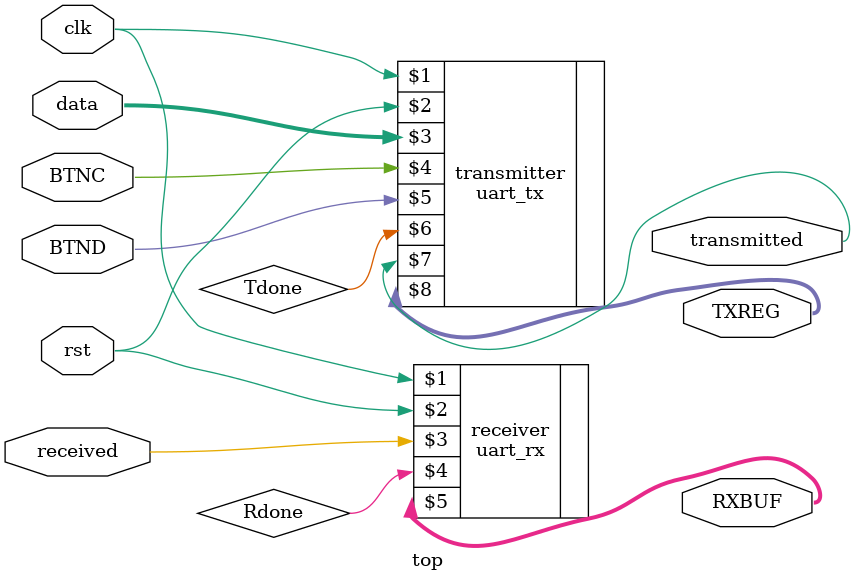
<source format=sv>
module top( 
      input logic clk,
      input logic rst,
      input logic [7:0] data,
      input logic BTNC,
      input logic BTND,
      input logic received,
      output logic transmitted,
      output logic [7:0] RXBUF,
      output logic [7:0] TXREG
    );
    
   logic Rdone, Tdone;
     
   uart_tx transmitter(
       clk, rst, data, BTNC, BTND, Tdone, transmitted, TXREG
   );
       
   uart_rx receiver(
    clk, rst, received, Rdone, RXBUF
   );
          
endmodule

</source>
